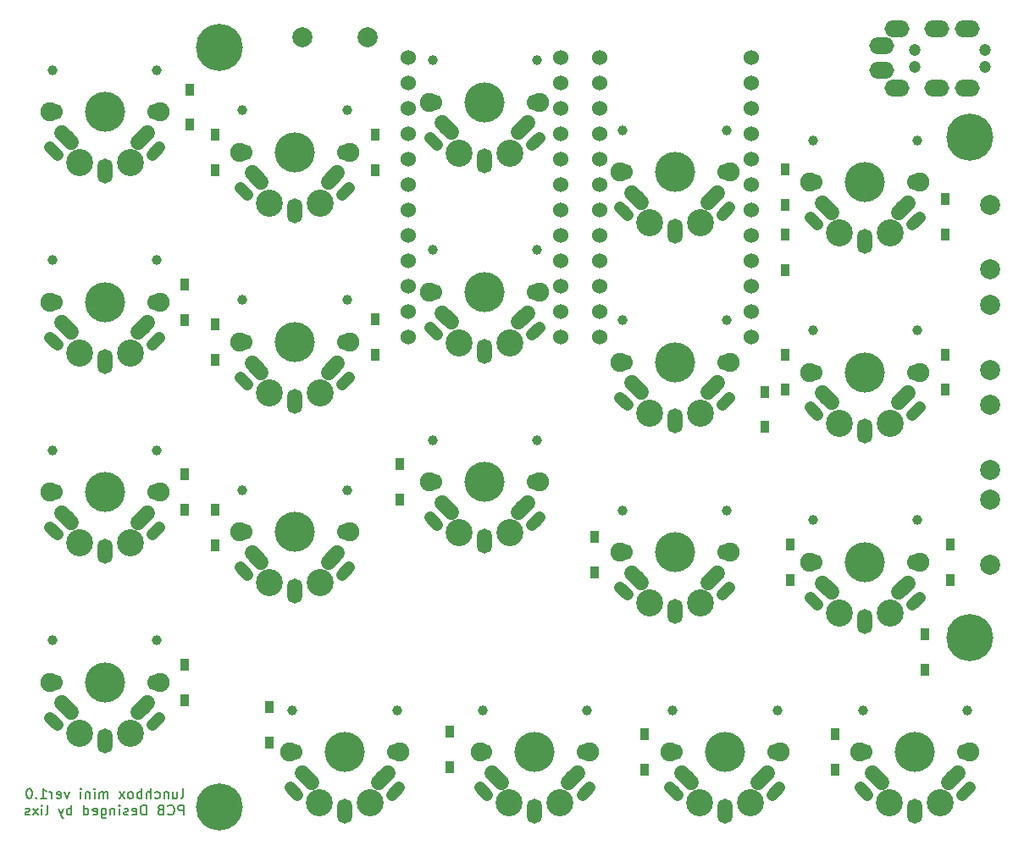
<source format=gbr>
G04 #@! TF.GenerationSoftware,KiCad,Pcbnew,(5.1.0)-1*
G04 #@! TF.CreationDate,2020-01-03T20:23:20+09:00*
G04 #@! TF.ProjectId,100cm^2,31303063-6d5e-4322-9e6b-696361645f70,rev?*
G04 #@! TF.SameCoordinates,Original*
G04 #@! TF.FileFunction,Soldermask,Bot*
G04 #@! TF.FilePolarity,Negative*
%FSLAX46Y46*%
G04 Gerber Fmt 4.6, Leading zero omitted, Abs format (unit mm)*
G04 Created by KiCad (PCBNEW (5.1.0)-1) date 2020-01-03 20:23:20*
%MOMM*%
%LPD*%
G04 APERTURE LIST*
%ADD10C,0.150000*%
%ADD11C,4.700400*%
%ADD12R,0.950000X1.300000*%
%ADD13C,1.200000*%
%ADD14O,2.500000X1.700000*%
%ADD15C,2.000000*%
%ADD16C,1.524000*%
%ADD17C,1.000000*%
%ADD18O,1.500000X2.500000*%
%ADD19C,1.200000*%
%ADD20C,1.900000*%
%ADD21C,1.500000*%
%ADD22C,1.500000*%
%ADD23C,4.000000*%
%ADD24C,1.700000*%
%ADD25C,2.700000*%
G04 APERTURE END LIST*
D10*
X167142857Y-129127380D02*
X167238095Y-129079761D01*
X167285714Y-128984523D01*
X167285714Y-128127380D01*
X166333333Y-128460714D02*
X166333333Y-129127380D01*
X166761904Y-128460714D02*
X166761904Y-128984523D01*
X166714285Y-129079761D01*
X166619047Y-129127380D01*
X166476190Y-129127380D01*
X166380952Y-129079761D01*
X166333333Y-129032142D01*
X165857142Y-128460714D02*
X165857142Y-129127380D01*
X165857142Y-128555952D02*
X165809523Y-128508333D01*
X165714285Y-128460714D01*
X165571428Y-128460714D01*
X165476190Y-128508333D01*
X165428571Y-128603571D01*
X165428571Y-129127380D01*
X164523809Y-129079761D02*
X164619047Y-129127380D01*
X164809523Y-129127380D01*
X164904761Y-129079761D01*
X164952380Y-129032142D01*
X165000000Y-128936904D01*
X165000000Y-128651190D01*
X164952380Y-128555952D01*
X164904761Y-128508333D01*
X164809523Y-128460714D01*
X164619047Y-128460714D01*
X164523809Y-128508333D01*
X164095238Y-129127380D02*
X164095238Y-128127380D01*
X163666666Y-129127380D02*
X163666666Y-128603571D01*
X163714285Y-128508333D01*
X163809523Y-128460714D01*
X163952380Y-128460714D01*
X164047619Y-128508333D01*
X164095238Y-128555952D01*
X163190476Y-129127380D02*
X163190476Y-128127380D01*
X163190476Y-128508333D02*
X163095238Y-128460714D01*
X162904761Y-128460714D01*
X162809523Y-128508333D01*
X162761904Y-128555952D01*
X162714285Y-128651190D01*
X162714285Y-128936904D01*
X162761904Y-129032142D01*
X162809523Y-129079761D01*
X162904761Y-129127380D01*
X163095238Y-129127380D01*
X163190476Y-129079761D01*
X162142857Y-129127380D02*
X162238095Y-129079761D01*
X162285714Y-129032142D01*
X162333333Y-128936904D01*
X162333333Y-128651190D01*
X162285714Y-128555952D01*
X162238095Y-128508333D01*
X162142857Y-128460714D01*
X162000000Y-128460714D01*
X161904761Y-128508333D01*
X161857142Y-128555952D01*
X161809523Y-128651190D01*
X161809523Y-128936904D01*
X161857142Y-129032142D01*
X161904761Y-129079761D01*
X162000000Y-129127380D01*
X162142857Y-129127380D01*
X161476190Y-129127380D02*
X160952380Y-128460714D01*
X161476190Y-128460714D02*
X160952380Y-129127380D01*
X159809523Y-129127380D02*
X159809523Y-128460714D01*
X159809523Y-128555952D02*
X159761904Y-128508333D01*
X159666666Y-128460714D01*
X159523809Y-128460714D01*
X159428571Y-128508333D01*
X159380952Y-128603571D01*
X159380952Y-129127380D01*
X159380952Y-128603571D02*
X159333333Y-128508333D01*
X159238095Y-128460714D01*
X159095238Y-128460714D01*
X159000000Y-128508333D01*
X158952380Y-128603571D01*
X158952380Y-129127380D01*
X158476190Y-129127380D02*
X158476190Y-128460714D01*
X158476190Y-128127380D02*
X158523809Y-128175000D01*
X158476190Y-128222619D01*
X158428571Y-128175000D01*
X158476190Y-128127380D01*
X158476190Y-128222619D01*
X158000000Y-128460714D02*
X158000000Y-129127380D01*
X158000000Y-128555952D02*
X157952380Y-128508333D01*
X157857142Y-128460714D01*
X157714285Y-128460714D01*
X157619047Y-128508333D01*
X157571428Y-128603571D01*
X157571428Y-129127380D01*
X157095238Y-129127380D02*
X157095238Y-128460714D01*
X157095238Y-128127380D02*
X157142857Y-128175000D01*
X157095238Y-128222619D01*
X157047619Y-128175000D01*
X157095238Y-128127380D01*
X157095238Y-128222619D01*
X155952380Y-128460714D02*
X155714285Y-129127380D01*
X155476190Y-128460714D01*
X154714285Y-129079761D02*
X154809523Y-129127380D01*
X155000000Y-129127380D01*
X155095238Y-129079761D01*
X155142857Y-128984523D01*
X155142857Y-128603571D01*
X155095238Y-128508333D01*
X155000000Y-128460714D01*
X154809523Y-128460714D01*
X154714285Y-128508333D01*
X154666666Y-128603571D01*
X154666666Y-128698809D01*
X155142857Y-128794047D01*
X154238095Y-129127380D02*
X154238095Y-128460714D01*
X154238095Y-128651190D02*
X154190476Y-128555952D01*
X154142857Y-128508333D01*
X154047619Y-128460714D01*
X153952380Y-128460714D01*
X153095238Y-129127380D02*
X153666666Y-129127380D01*
X153380952Y-129127380D02*
X153380952Y-128127380D01*
X153476190Y-128270238D01*
X153571428Y-128365476D01*
X153666666Y-128413095D01*
X152666666Y-129032142D02*
X152619047Y-129079761D01*
X152666666Y-129127380D01*
X152714285Y-129079761D01*
X152666666Y-129032142D01*
X152666666Y-129127380D01*
X152000000Y-128127380D02*
X151904761Y-128127380D01*
X151809523Y-128175000D01*
X151761904Y-128222619D01*
X151714285Y-128317857D01*
X151666666Y-128508333D01*
X151666666Y-128746428D01*
X151714285Y-128936904D01*
X151761904Y-129032142D01*
X151809523Y-129079761D01*
X151904761Y-129127380D01*
X152000000Y-129127380D01*
X152095238Y-129079761D01*
X152142857Y-129032142D01*
X152190476Y-128936904D01*
X152238095Y-128746428D01*
X152238095Y-128508333D01*
X152190476Y-128317857D01*
X152142857Y-128222619D01*
X152095238Y-128175000D01*
X152000000Y-128127380D01*
X167404761Y-130777380D02*
X167404761Y-129777380D01*
X167023809Y-129777380D01*
X166928571Y-129825000D01*
X166880952Y-129872619D01*
X166833333Y-129967857D01*
X166833333Y-130110714D01*
X166880952Y-130205952D01*
X166928571Y-130253571D01*
X167023809Y-130301190D01*
X167404761Y-130301190D01*
X165833333Y-130682142D02*
X165880952Y-130729761D01*
X166023809Y-130777380D01*
X166119047Y-130777380D01*
X166261904Y-130729761D01*
X166357142Y-130634523D01*
X166404761Y-130539285D01*
X166452380Y-130348809D01*
X166452380Y-130205952D01*
X166404761Y-130015476D01*
X166357142Y-129920238D01*
X166261904Y-129825000D01*
X166119047Y-129777380D01*
X166023809Y-129777380D01*
X165880952Y-129825000D01*
X165833333Y-129872619D01*
X165071428Y-130253571D02*
X164928571Y-130301190D01*
X164880952Y-130348809D01*
X164833333Y-130444047D01*
X164833333Y-130586904D01*
X164880952Y-130682142D01*
X164928571Y-130729761D01*
X165023809Y-130777380D01*
X165404761Y-130777380D01*
X165404761Y-129777380D01*
X165071428Y-129777380D01*
X164976190Y-129825000D01*
X164928571Y-129872619D01*
X164880952Y-129967857D01*
X164880952Y-130063095D01*
X164928571Y-130158333D01*
X164976190Y-130205952D01*
X165071428Y-130253571D01*
X165404761Y-130253571D01*
X163642857Y-130777380D02*
X163642857Y-129777380D01*
X163404761Y-129777380D01*
X163261904Y-129825000D01*
X163166666Y-129920238D01*
X163119047Y-130015476D01*
X163071428Y-130205952D01*
X163071428Y-130348809D01*
X163119047Y-130539285D01*
X163166666Y-130634523D01*
X163261904Y-130729761D01*
X163404761Y-130777380D01*
X163642857Y-130777380D01*
X162261904Y-130729761D02*
X162357142Y-130777380D01*
X162547619Y-130777380D01*
X162642857Y-130729761D01*
X162690476Y-130634523D01*
X162690476Y-130253571D01*
X162642857Y-130158333D01*
X162547619Y-130110714D01*
X162357142Y-130110714D01*
X162261904Y-130158333D01*
X162214285Y-130253571D01*
X162214285Y-130348809D01*
X162690476Y-130444047D01*
X161833333Y-130729761D02*
X161738095Y-130777380D01*
X161547619Y-130777380D01*
X161452380Y-130729761D01*
X161404761Y-130634523D01*
X161404761Y-130586904D01*
X161452380Y-130491666D01*
X161547619Y-130444047D01*
X161690476Y-130444047D01*
X161785714Y-130396428D01*
X161833333Y-130301190D01*
X161833333Y-130253571D01*
X161785714Y-130158333D01*
X161690476Y-130110714D01*
X161547619Y-130110714D01*
X161452380Y-130158333D01*
X160976190Y-130777380D02*
X160976190Y-130110714D01*
X160976190Y-129777380D02*
X161023809Y-129825000D01*
X160976190Y-129872619D01*
X160928571Y-129825000D01*
X160976190Y-129777380D01*
X160976190Y-129872619D01*
X160500000Y-130110714D02*
X160500000Y-130777380D01*
X160500000Y-130205952D02*
X160452380Y-130158333D01*
X160357142Y-130110714D01*
X160214285Y-130110714D01*
X160119047Y-130158333D01*
X160071428Y-130253571D01*
X160071428Y-130777380D01*
X159166666Y-130110714D02*
X159166666Y-130920238D01*
X159214285Y-131015476D01*
X159261904Y-131063095D01*
X159357142Y-131110714D01*
X159500000Y-131110714D01*
X159595238Y-131063095D01*
X159166666Y-130729761D02*
X159261904Y-130777380D01*
X159452380Y-130777380D01*
X159547619Y-130729761D01*
X159595238Y-130682142D01*
X159642857Y-130586904D01*
X159642857Y-130301190D01*
X159595238Y-130205952D01*
X159547619Y-130158333D01*
X159452380Y-130110714D01*
X159261904Y-130110714D01*
X159166666Y-130158333D01*
X158309523Y-130729761D02*
X158404761Y-130777380D01*
X158595238Y-130777380D01*
X158690476Y-130729761D01*
X158738095Y-130634523D01*
X158738095Y-130253571D01*
X158690476Y-130158333D01*
X158595238Y-130110714D01*
X158404761Y-130110714D01*
X158309523Y-130158333D01*
X158261904Y-130253571D01*
X158261904Y-130348809D01*
X158738095Y-130444047D01*
X157404761Y-130777380D02*
X157404761Y-129777380D01*
X157404761Y-130729761D02*
X157500000Y-130777380D01*
X157690476Y-130777380D01*
X157785714Y-130729761D01*
X157833333Y-130682142D01*
X157880952Y-130586904D01*
X157880952Y-130301190D01*
X157833333Y-130205952D01*
X157785714Y-130158333D01*
X157690476Y-130110714D01*
X157500000Y-130110714D01*
X157404761Y-130158333D01*
X156166666Y-130777380D02*
X156166666Y-129777380D01*
X156166666Y-130158333D02*
X156071428Y-130110714D01*
X155880952Y-130110714D01*
X155785714Y-130158333D01*
X155738095Y-130205952D01*
X155690476Y-130301190D01*
X155690476Y-130586904D01*
X155738095Y-130682142D01*
X155785714Y-130729761D01*
X155880952Y-130777380D01*
X156071428Y-130777380D01*
X156166666Y-130729761D01*
X155357142Y-130110714D02*
X155119047Y-130777380D01*
X154880952Y-130110714D02*
X155119047Y-130777380D01*
X155214285Y-131015476D01*
X155261904Y-131063095D01*
X155357142Y-131110714D01*
X153595238Y-130777380D02*
X153690476Y-130729761D01*
X153738095Y-130634523D01*
X153738095Y-129777380D01*
X153214285Y-130777380D02*
X153214285Y-130110714D01*
X153214285Y-129777380D02*
X153261904Y-129825000D01*
X153214285Y-129872619D01*
X153166666Y-129825000D01*
X153214285Y-129777380D01*
X153214285Y-129872619D01*
X152833333Y-130777380D02*
X152309523Y-130110714D01*
X152833333Y-130110714D02*
X152309523Y-130777380D01*
X151976190Y-130729761D02*
X151880952Y-130777380D01*
X151690476Y-130777380D01*
X151595238Y-130729761D01*
X151547619Y-130634523D01*
X151547619Y-130586904D01*
X151595238Y-130491666D01*
X151690476Y-130444047D01*
X151833333Y-130444047D01*
X151928571Y-130396428D01*
X151976190Y-130301190D01*
X151976190Y-130253571D01*
X151928571Y-130158333D01*
X151833333Y-130110714D01*
X151690476Y-130110714D01*
X151595238Y-130158333D01*
D11*
X171000000Y-54000000D03*
X171000000Y-130000000D03*
X246000000Y-113000000D03*
X246000000Y-63000000D03*
D12*
X168000000Y-58225000D03*
X168000000Y-61775000D03*
X167500000Y-81275000D03*
X167500000Y-77725000D03*
X167500000Y-96725000D03*
X167500000Y-100275000D03*
X167500000Y-115725000D03*
X167500000Y-119275000D03*
X170500000Y-66275000D03*
X170500000Y-62725000D03*
X170500000Y-85275000D03*
X170500000Y-81725000D03*
X170500000Y-103775000D03*
X170500000Y-100225000D03*
X176000000Y-119950000D03*
X176000000Y-123500000D03*
X186500000Y-66275000D03*
X186500000Y-62725000D03*
X186500000Y-81225000D03*
X186500000Y-84775000D03*
X189000000Y-95725000D03*
X189000000Y-99275000D03*
X194000000Y-122450000D03*
X194000000Y-126000000D03*
X227500000Y-66225000D03*
X227500000Y-69775000D03*
X225500000Y-92000000D03*
X225500000Y-88450000D03*
X208500000Y-106500000D03*
X208500000Y-102950000D03*
X213500000Y-126275000D03*
X213500000Y-122725000D03*
X227500000Y-72725000D03*
X227500000Y-76275000D03*
X227500000Y-88275000D03*
X227500000Y-84725000D03*
X228000000Y-103725000D03*
X228000000Y-107275000D03*
X232500000Y-126275000D03*
X232500000Y-122725000D03*
X243500000Y-72775000D03*
X243500000Y-69225000D03*
X243500000Y-84725000D03*
X243500000Y-88275000D03*
X244000000Y-107275000D03*
X244000000Y-103725000D03*
X241500000Y-112725000D03*
X241500000Y-116275000D03*
D13*
X240500000Y-54250000D03*
X247500000Y-54250000D03*
D14*
X238700000Y-52150000D03*
X237200000Y-56350000D03*
X245700000Y-52150000D03*
X242700000Y-52150000D03*
D13*
X247500000Y-56000000D03*
X240500000Y-56000000D03*
D14*
X245700000Y-58100000D03*
X242700000Y-58100000D03*
X238700000Y-58100000D03*
X237200000Y-53900000D03*
D15*
X185750000Y-53000000D03*
X179250000Y-53000000D03*
X248000000Y-76250000D03*
X248000000Y-69750000D03*
X248000000Y-79750000D03*
X248000000Y-86250000D03*
X248000000Y-96250000D03*
X248000000Y-89750000D03*
X248000000Y-99250000D03*
X248000000Y-105750000D03*
D16*
X208936400Y-55022000D03*
X208936400Y-57562000D03*
X208936400Y-60102000D03*
X208936400Y-62642000D03*
X208936400Y-65182000D03*
X208936400Y-67722000D03*
X208936400Y-70262000D03*
X208936400Y-72802000D03*
X208936400Y-75342000D03*
X208936400Y-77882000D03*
X208936400Y-80422000D03*
X208936400Y-82962000D03*
X224156400Y-82962000D03*
X224156400Y-80422000D03*
X224156400Y-77882000D03*
X224156400Y-75342000D03*
X224156400Y-72802000D03*
X224156400Y-70262000D03*
X224156400Y-67722000D03*
X224156400Y-65182000D03*
X224156400Y-62642000D03*
X224156400Y-60102000D03*
X224156400Y-57562000D03*
X224156400Y-55022000D03*
X205063600Y-55022000D03*
X205063600Y-57562000D03*
X205063600Y-60102000D03*
X205063600Y-62642000D03*
X205063600Y-65182000D03*
X205063600Y-67722000D03*
X205063600Y-70262000D03*
X205063600Y-72802000D03*
X205063600Y-75342000D03*
X205063600Y-77882000D03*
X205063600Y-80422000D03*
X205063600Y-82962000D03*
X189843600Y-82962000D03*
X189843600Y-80422000D03*
X189843600Y-77882000D03*
X189843600Y-75342000D03*
X189843600Y-72802000D03*
X189843600Y-70262000D03*
X189843600Y-67722000D03*
X189843600Y-65182000D03*
X189843600Y-62642000D03*
X189843600Y-60102000D03*
X189843600Y-57562000D03*
X189843600Y-55022000D03*
D17*
X154280000Y-56300000D03*
D18*
X159500000Y-66400000D03*
D13*
X154400000Y-64400000D03*
D19*
X154753553Y-64753553D02*
X154046447Y-64046447D01*
D13*
X164600000Y-64400000D03*
D19*
X164953553Y-64046447D02*
X164246447Y-64753553D01*
D20*
X154000000Y-60500000D03*
X165000000Y-60500000D03*
D21*
X163310000Y-63040000D03*
D22*
X163769619Y-62580381D02*
X162850381Y-63499619D01*
D23*
X159500000Y-60500000D03*
D24*
X164580000Y-60500000D03*
X154420000Y-60500000D03*
D21*
X155690000Y-63040000D03*
D22*
X156149619Y-63499619D02*
X155230381Y-62580381D01*
D25*
X162040000Y-65580000D03*
X156960000Y-65580000D03*
D17*
X164720000Y-56300000D03*
X154280000Y-75300000D03*
D18*
X159500000Y-85400000D03*
D13*
X154400000Y-83400000D03*
D19*
X154753553Y-83753553D02*
X154046447Y-83046447D01*
D13*
X164600000Y-83400000D03*
D19*
X164953553Y-83046447D02*
X164246447Y-83753553D01*
D20*
X154000000Y-79500000D03*
X165000000Y-79500000D03*
D21*
X163310000Y-82040000D03*
D22*
X163769619Y-81580381D02*
X162850381Y-82499619D01*
D23*
X159500000Y-79500000D03*
D24*
X164580000Y-79500000D03*
X154420000Y-79500000D03*
D21*
X155690000Y-82040000D03*
D22*
X156149619Y-82499619D02*
X155230381Y-81580381D01*
D25*
X162040000Y-84580000D03*
X156960000Y-84580000D03*
D17*
X164720000Y-75300000D03*
X164720000Y-94300000D03*
D25*
X156960000Y-103580000D03*
X162040000Y-103580000D03*
D21*
X155690000Y-101040000D03*
D22*
X156149619Y-101499619D02*
X155230381Y-100580381D01*
D24*
X154420000Y-98500000D03*
X164580000Y-98500000D03*
D23*
X159500000Y-98500000D03*
D21*
X163310000Y-101040000D03*
D22*
X163769619Y-100580381D02*
X162850381Y-101499619D01*
D20*
X165000000Y-98500000D03*
X154000000Y-98500000D03*
D13*
X164600000Y-102400000D03*
D19*
X164953553Y-102046447D02*
X164246447Y-102753553D01*
D13*
X154400000Y-102400000D03*
D19*
X154753553Y-102753553D02*
X154046447Y-102046447D01*
D18*
X159500000Y-104400000D03*
D17*
X154280000Y-94300000D03*
X154280000Y-113300000D03*
D18*
X159500000Y-123400000D03*
D13*
X154400000Y-121400000D03*
D19*
X154753553Y-121753553D02*
X154046447Y-121046447D01*
D13*
X164600000Y-121400000D03*
D19*
X164953553Y-121046447D02*
X164246447Y-121753553D01*
D20*
X154000000Y-117500000D03*
X165000000Y-117500000D03*
D21*
X163310000Y-120040000D03*
D22*
X163769619Y-119580381D02*
X162850381Y-120499619D01*
D23*
X159500000Y-117500000D03*
D24*
X164580000Y-117500000D03*
X154420000Y-117500000D03*
D21*
X155690000Y-120040000D03*
D22*
X156149619Y-120499619D02*
X155230381Y-119580381D01*
D25*
X162040000Y-122580000D03*
X156960000Y-122580000D03*
D17*
X164720000Y-113300000D03*
X183720000Y-60300000D03*
D25*
X175960000Y-69580000D03*
X181040000Y-69580000D03*
D21*
X174690000Y-67040000D03*
D22*
X175149619Y-67499619D02*
X174230381Y-66580381D01*
D24*
X173420000Y-64500000D03*
X183580000Y-64500000D03*
D23*
X178500000Y-64500000D03*
D21*
X182310000Y-67040000D03*
D22*
X182769619Y-66580381D02*
X181850381Y-67499619D01*
D20*
X184000000Y-64500000D03*
X173000000Y-64500000D03*
D13*
X183600000Y-68400000D03*
D19*
X183953553Y-68046447D02*
X183246447Y-68753553D01*
D13*
X173400000Y-68400000D03*
D19*
X173753553Y-68753553D02*
X173046447Y-68046447D01*
D18*
X178500000Y-70400000D03*
D17*
X173280000Y-60300000D03*
X183720000Y-79300000D03*
D25*
X175960000Y-88580000D03*
X181040000Y-88580000D03*
D21*
X174690000Y-86040000D03*
D22*
X175149619Y-86499619D02*
X174230381Y-85580381D01*
D24*
X173420000Y-83500000D03*
X183580000Y-83500000D03*
D23*
X178500000Y-83500000D03*
D21*
X182310000Y-86040000D03*
D22*
X182769619Y-85580381D02*
X181850381Y-86499619D01*
D20*
X184000000Y-83500000D03*
X173000000Y-83500000D03*
D13*
X183600000Y-87400000D03*
D19*
X183953553Y-87046447D02*
X183246447Y-87753553D01*
D13*
X173400000Y-87400000D03*
D19*
X173753553Y-87753553D02*
X173046447Y-87046447D01*
D18*
X178500000Y-89400000D03*
D17*
X173280000Y-79300000D03*
X173280000Y-98300000D03*
D18*
X178500000Y-108400000D03*
D13*
X173400000Y-106400000D03*
D19*
X173753553Y-106753553D02*
X173046447Y-106046447D01*
D13*
X183600000Y-106400000D03*
D19*
X183953553Y-106046447D02*
X183246447Y-106753553D01*
D20*
X173000000Y-102500000D03*
X184000000Y-102500000D03*
D21*
X182310000Y-105040000D03*
D22*
X182769619Y-104580381D02*
X181850381Y-105499619D01*
D23*
X178500000Y-102500000D03*
D24*
X183580000Y-102500000D03*
X173420000Y-102500000D03*
D21*
X174690000Y-105040000D03*
D22*
X175149619Y-105499619D02*
X174230381Y-104580381D01*
D25*
X181040000Y-107580000D03*
X175960000Y-107580000D03*
D17*
X183720000Y-98300000D03*
X188720000Y-120300000D03*
D25*
X180960000Y-129580000D03*
X186040000Y-129580000D03*
D21*
X179690000Y-127040000D03*
D22*
X180149619Y-127499619D02*
X179230381Y-126580381D01*
D24*
X178420000Y-124500000D03*
X188580000Y-124500000D03*
D23*
X183500000Y-124500000D03*
D21*
X187310000Y-127040000D03*
D22*
X187769619Y-126580381D02*
X186850381Y-127499619D01*
D20*
X189000000Y-124500000D03*
X178000000Y-124500000D03*
D13*
X188600000Y-128400000D03*
D19*
X188953553Y-128046447D02*
X188246447Y-128753553D01*
D13*
X178400000Y-128400000D03*
D19*
X178753553Y-128753553D02*
X178046447Y-128046447D01*
D18*
X183500000Y-130400000D03*
D17*
X178280000Y-120300000D03*
X202720000Y-55300000D03*
D25*
X194960000Y-64580000D03*
X200040000Y-64580000D03*
D21*
X193690000Y-62040000D03*
D22*
X194149619Y-62499619D02*
X193230381Y-61580381D01*
D24*
X192420000Y-59500000D03*
X202580000Y-59500000D03*
D23*
X197500000Y-59500000D03*
D21*
X201310000Y-62040000D03*
D22*
X201769619Y-61580381D02*
X200850381Y-62499619D01*
D20*
X203000000Y-59500000D03*
X192000000Y-59500000D03*
D13*
X202600000Y-63400000D03*
D19*
X202953553Y-63046447D02*
X202246447Y-63753553D01*
D13*
X192400000Y-63400000D03*
D19*
X192753553Y-63753553D02*
X192046447Y-63046447D01*
D18*
X197500000Y-65400000D03*
D17*
X192280000Y-55300000D03*
X192280000Y-74300000D03*
D18*
X197500000Y-84400000D03*
D13*
X192400000Y-82400000D03*
D19*
X192753553Y-82753553D02*
X192046447Y-82046447D01*
D13*
X202600000Y-82400000D03*
D19*
X202953553Y-82046447D02*
X202246447Y-82753553D01*
D20*
X192000000Y-78500000D03*
X203000000Y-78500000D03*
D21*
X201310000Y-81040000D03*
D22*
X201769619Y-80580381D02*
X200850381Y-81499619D01*
D23*
X197500000Y-78500000D03*
D24*
X202580000Y-78500000D03*
X192420000Y-78500000D03*
D21*
X193690000Y-81040000D03*
D22*
X194149619Y-81499619D02*
X193230381Y-80580381D01*
D25*
X200040000Y-83580000D03*
X194960000Y-83580000D03*
D17*
X202720000Y-74300000D03*
X202720000Y-93300000D03*
D25*
X194960000Y-102580000D03*
X200040000Y-102580000D03*
D21*
X193690000Y-100040000D03*
D22*
X194149619Y-100499619D02*
X193230381Y-99580381D01*
D24*
X192420000Y-97500000D03*
X202580000Y-97500000D03*
D23*
X197500000Y-97500000D03*
D21*
X201310000Y-100040000D03*
D22*
X201769619Y-99580381D02*
X200850381Y-100499619D01*
D20*
X203000000Y-97500000D03*
X192000000Y-97500000D03*
D13*
X202600000Y-101400000D03*
D19*
X202953553Y-101046447D02*
X202246447Y-101753553D01*
D13*
X192400000Y-101400000D03*
D19*
X192753553Y-101753553D02*
X192046447Y-101046447D01*
D18*
X197500000Y-103400000D03*
D17*
X192280000Y-93300000D03*
X197280000Y-120300000D03*
D18*
X202500000Y-130400000D03*
D13*
X197400000Y-128400000D03*
D19*
X197753553Y-128753553D02*
X197046447Y-128046447D01*
D13*
X207600000Y-128400000D03*
D19*
X207953553Y-128046447D02*
X207246447Y-128753553D01*
D20*
X197000000Y-124500000D03*
X208000000Y-124500000D03*
D21*
X206310000Y-127040000D03*
D22*
X206769619Y-126580381D02*
X205850381Y-127499619D01*
D23*
X202500000Y-124500000D03*
D24*
X207580000Y-124500000D03*
X197420000Y-124500000D03*
D21*
X198690000Y-127040000D03*
D22*
X199149619Y-127499619D02*
X198230381Y-126580381D01*
D25*
X205040000Y-129580000D03*
X199960000Y-129580000D03*
D17*
X207720000Y-120300000D03*
X221720000Y-62300000D03*
D25*
X213960000Y-71580000D03*
X219040000Y-71580000D03*
D21*
X212690000Y-69040000D03*
D22*
X213149619Y-69499619D02*
X212230381Y-68580381D01*
D24*
X211420000Y-66500000D03*
X221580000Y-66500000D03*
D23*
X216500000Y-66500000D03*
D21*
X220310000Y-69040000D03*
D22*
X220769619Y-68580381D02*
X219850381Y-69499619D01*
D20*
X222000000Y-66500000D03*
X211000000Y-66500000D03*
D13*
X221600000Y-70400000D03*
D19*
X221953553Y-70046447D02*
X221246447Y-70753553D01*
D13*
X211400000Y-70400000D03*
D19*
X211753553Y-70753553D02*
X211046447Y-70046447D01*
D18*
X216500000Y-72400000D03*
D17*
X211280000Y-62300000D03*
X211280000Y-81300000D03*
D18*
X216500000Y-91400000D03*
D13*
X211400000Y-89400000D03*
D19*
X211753553Y-89753553D02*
X211046447Y-89046447D01*
D13*
X221600000Y-89400000D03*
D19*
X221953553Y-89046447D02*
X221246447Y-89753553D01*
D20*
X211000000Y-85500000D03*
X222000000Y-85500000D03*
D21*
X220310000Y-88040000D03*
D22*
X220769619Y-87580381D02*
X219850381Y-88499619D01*
D23*
X216500000Y-85500000D03*
D24*
X221580000Y-85500000D03*
X211420000Y-85500000D03*
D21*
X212690000Y-88040000D03*
D22*
X213149619Y-88499619D02*
X212230381Y-87580381D01*
D25*
X219040000Y-90580000D03*
X213960000Y-90580000D03*
D17*
X221720000Y-81300000D03*
X211280000Y-100300000D03*
D18*
X216500000Y-110400000D03*
D13*
X211400000Y-108400000D03*
D19*
X211753553Y-108753553D02*
X211046447Y-108046447D01*
D13*
X221600000Y-108400000D03*
D19*
X221953553Y-108046447D02*
X221246447Y-108753553D01*
D20*
X211000000Y-104500000D03*
X222000000Y-104500000D03*
D21*
X220310000Y-107040000D03*
D22*
X220769619Y-106580381D02*
X219850381Y-107499619D01*
D23*
X216500000Y-104500000D03*
D24*
X221580000Y-104500000D03*
X211420000Y-104500000D03*
D21*
X212690000Y-107040000D03*
D22*
X213149619Y-107499619D02*
X212230381Y-106580381D01*
D25*
X219040000Y-109580000D03*
X213960000Y-109580000D03*
D17*
X221720000Y-100300000D03*
X226720000Y-120300000D03*
D25*
X218960000Y-129580000D03*
X224040000Y-129580000D03*
D21*
X217690000Y-127040000D03*
D22*
X218149619Y-127499619D02*
X217230381Y-126580381D01*
D24*
X216420000Y-124500000D03*
X226580000Y-124500000D03*
D23*
X221500000Y-124500000D03*
D21*
X225310000Y-127040000D03*
D22*
X225769619Y-126580381D02*
X224850381Y-127499619D01*
D20*
X227000000Y-124500000D03*
X216000000Y-124500000D03*
D13*
X226600000Y-128400000D03*
D19*
X226953553Y-128046447D02*
X226246447Y-128753553D01*
D13*
X216400000Y-128400000D03*
D19*
X216753553Y-128753553D02*
X216046447Y-128046447D01*
D18*
X221500000Y-130400000D03*
D17*
X216280000Y-120300000D03*
X230280000Y-63300000D03*
D18*
X235500000Y-73400000D03*
D13*
X230400000Y-71400000D03*
D19*
X230753553Y-71753553D02*
X230046447Y-71046447D01*
D13*
X240600000Y-71400000D03*
D19*
X240953553Y-71046447D02*
X240246447Y-71753553D01*
D20*
X230000000Y-67500000D03*
X241000000Y-67500000D03*
D21*
X239310000Y-70040000D03*
D22*
X239769619Y-69580381D02*
X238850381Y-70499619D01*
D23*
X235500000Y-67500000D03*
D24*
X240580000Y-67500000D03*
X230420000Y-67500000D03*
D21*
X231690000Y-70040000D03*
D22*
X232149619Y-70499619D02*
X231230381Y-69580381D01*
D25*
X238040000Y-72580000D03*
X232960000Y-72580000D03*
D17*
X240720000Y-63300000D03*
X240720000Y-82300000D03*
D25*
X232960000Y-91580000D03*
X238040000Y-91580000D03*
D21*
X231690000Y-89040000D03*
D22*
X232149619Y-89499619D02*
X231230381Y-88580381D01*
D24*
X230420000Y-86500000D03*
X240580000Y-86500000D03*
D23*
X235500000Y-86500000D03*
D21*
X239310000Y-89040000D03*
D22*
X239769619Y-88580381D02*
X238850381Y-89499619D01*
D20*
X241000000Y-86500000D03*
X230000000Y-86500000D03*
D13*
X240600000Y-90400000D03*
D19*
X240953553Y-90046447D02*
X240246447Y-90753553D01*
D13*
X230400000Y-90400000D03*
D19*
X230753553Y-90753553D02*
X230046447Y-90046447D01*
D18*
X235500000Y-92400000D03*
D17*
X230280000Y-82300000D03*
X240720000Y-101300000D03*
D25*
X232960000Y-110580000D03*
X238040000Y-110580000D03*
D21*
X231690000Y-108040000D03*
D22*
X232149619Y-108499619D02*
X231230381Y-107580381D01*
D24*
X230420000Y-105500000D03*
X240580000Y-105500000D03*
D23*
X235500000Y-105500000D03*
D21*
X239310000Y-108040000D03*
D22*
X239769619Y-107580381D02*
X238850381Y-108499619D01*
D20*
X241000000Y-105500000D03*
X230000000Y-105500000D03*
D13*
X240600000Y-109400000D03*
D19*
X240953553Y-109046447D02*
X240246447Y-109753553D01*
D13*
X230400000Y-109400000D03*
D19*
X230753553Y-109753553D02*
X230046447Y-109046447D01*
D18*
X235500000Y-111400000D03*
D17*
X230280000Y-101300000D03*
X235280000Y-120300000D03*
D18*
X240500000Y-130400000D03*
D13*
X235400000Y-128400000D03*
D19*
X235753553Y-128753553D02*
X235046447Y-128046447D01*
D13*
X245600000Y-128400000D03*
D19*
X245953553Y-128046447D02*
X245246447Y-128753553D01*
D20*
X235000000Y-124500000D03*
X246000000Y-124500000D03*
D21*
X244310000Y-127040000D03*
D22*
X244769619Y-126580381D02*
X243850381Y-127499619D01*
D23*
X240500000Y-124500000D03*
D24*
X245580000Y-124500000D03*
X235420000Y-124500000D03*
D21*
X236690000Y-127040000D03*
D22*
X237149619Y-127499619D02*
X236230381Y-126580381D01*
D25*
X243040000Y-129580000D03*
X237960000Y-129580000D03*
D17*
X245720000Y-120300000D03*
M02*

</source>
